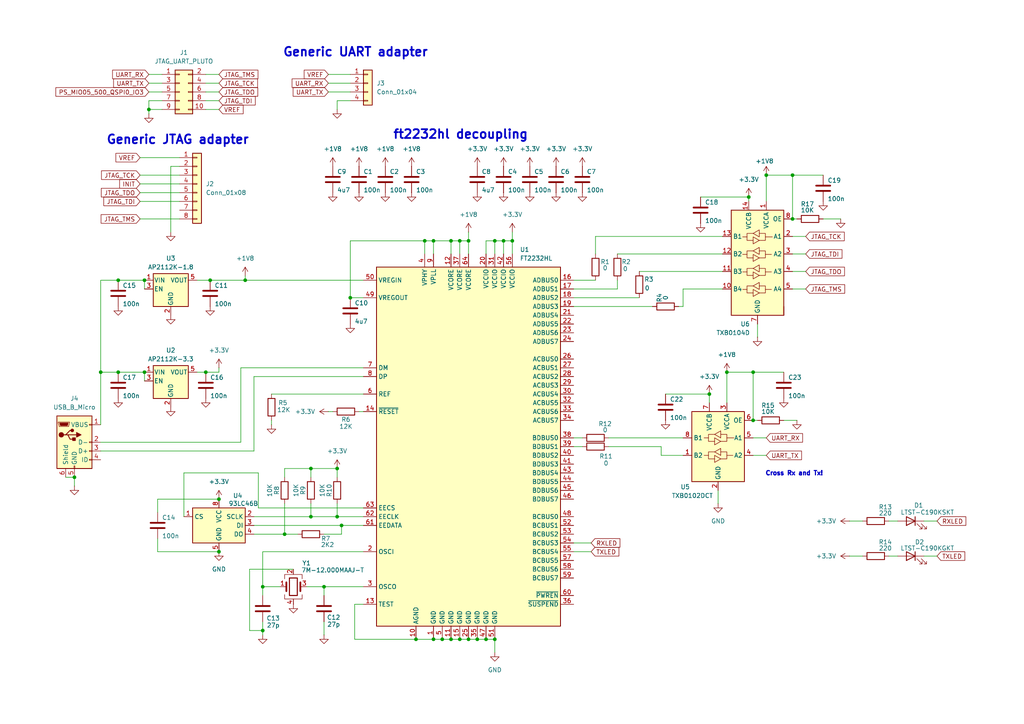
<source format=kicad_sch>
(kicad_sch (version 20231120) (generator "eeschema") (generator_version "8.0")
  (paper "A4")
  (junction (at 21.59 138.43))
  (junction (at 210.82 107.95))
  (junction (at 120.65 185.42))
  (junction (at 218.44 121.92))
  (junction (at 135.89 185.42))
  (junction (at 90.17 135.89))
  (junction (at 130.81 69.85))
  (junction (at 146.05 69.85))
  (junction (at 130.81 185.42))
  (junction (at 125.73 185.42))
  (junction (at 63.5 160.02))
  (junction (at 41.91 81.28))
  (junction (at 76.2 170.18))
  (junction (at 41.91 107.95))
  (junction (at 143.51 185.42))
  (junction (at 133.35 69.85))
  (junction (at 34.29 81.28))
  (junction (at 76.2 182.88))
  (junction (at 90.17 149.86))
  (junction (at 128.27 185.42))
  (junction (at 135.89 69.85))
  (junction (at 148.59 69.85))
  (junction (at 133.35 185.42))
  (junction (at 29.21 107.95))
  (junction (at 205.74 114.3))
  (junction (at 222.25 50.8))
  (junction (at 229.87 63.5))
  (junction (at 99.06 152.4))
  (junction (at 43.18 31.75))
  (junction (at 34.29 107.95))
  (junction (at 218.44 107.95))
  (junction (at 82.55 154.94))
  (junction (at 138.43 185.42))
  (junction (at 71.12 81.28))
  (junction (at 123.19 69.85))
  (junction (at 60.96 81.28))
  (junction (at 125.73 69.85))
  (junction (at 97.79 149.86))
  (junction (at 59.69 107.95))
  (junction (at 143.51 69.85))
  (junction (at 229.87 50.8))
  (junction (at 217.17 57.15))
  (junction (at 97.79 135.89))
  (junction (at 63.5 144.78))
  (junction (at 93.98 170.18))
  (junction (at 140.97 185.42))
  (junction (at 101.6 86.36))
  (wire (pts (xy 95.25 119.38) (xy 96.52 119.38)))
  (wire (pts (xy 43.18 29.21) (xy 46.99 29.21)))
  (wire (pts (xy 97.79 29.21) (xy 97.79 31.75)))
  (wire (pts (xy 59.69 26.67) (xy 63.5 26.67)))
  (wire (pts (xy 53.34 137.16) (xy 74.93 137.16)))
  (wire (pts (xy 40.64 45.72) (xy 52.07 45.72)))
  (wire (pts (xy 63.5 107.95) (xy 63.5 106.68)))
  (wire (pts (xy 133.35 69.85) (xy 133.35 73.66)))
  (wire (pts (xy 101.6 29.21) (xy 97.79 29.21)))
  (wire (pts (xy 125.73 185.42) (xy 128.27 185.42)))
  (wire (pts (xy 52.07 48.26) (xy 49.53 48.26)))
  (wire (pts (xy 196.85 88.9) (xy 198.12 88.9)))
  (wire (pts (xy 105.41 175.26) (xy 102.87 175.26)))
  (wire (pts (xy 74.93 137.16) (xy 74.93 147.32)))
  (wire (pts (xy 176.53 129.54) (xy 191.77 129.54)))
  (wire (pts (xy 40.64 58.42) (xy 52.07 58.42)))
  (wire (pts (xy 231.14 63.5) (xy 229.87 63.5)))
  (wire (pts (xy 146.05 69.85) (xy 146.05 73.66)))
  (wire (pts (xy 125.73 69.85) (xy 125.73 73.66)))
  (wire (pts (xy 138.43 185.42) (xy 140.97 185.42)))
  (wire (pts (xy 82.55 154.94) (xy 86.36 154.94)))
  (wire (pts (xy 179.07 83.82) (xy 179.07 81.28)))
  (wire (pts (xy 99.06 154.94) (xy 99.06 152.4)))
  (wire (pts (xy 238.76 63.5) (xy 243.84 63.5)))
  (wire (pts (xy 90.17 135.89) (xy 82.55 135.89)))
  (wire (pts (xy 45.72 148.59) (xy 45.72 144.78)))
  (wire (pts (xy 143.51 185.42) (xy 143.51 189.23)))
  (wire (pts (xy 104.14 119.38) (xy 105.41 119.38)))
  (wire (pts (xy 41.91 81.28) (xy 41.91 83.82)))
  (wire (pts (xy 72.39 182.88) (xy 72.39 165.1)))
  (wire (pts (xy 59.69 107.95) (xy 63.5 107.95)))
  (wire (pts (xy 135.89 69.85) (xy 135.89 73.66)))
  (wire (pts (xy 45.72 156.21) (xy 45.72 160.02)))
  (wire (pts (xy 210.82 107.95) (xy 210.82 116.84)))
  (wire (pts (xy 73.66 130.81) (xy 73.66 109.22)))
  (wire (pts (xy 166.37 81.28) (xy 172.72 81.28)))
  (wire (pts (xy 133.35 185.42) (xy 135.89 185.42)))
  (wire (pts (xy 76.2 182.88) (xy 76.2 184.15)))
  (wire (pts (xy 95.25 21.59) (xy 101.6 21.59)))
  (wire (pts (xy 143.51 69.85) (xy 146.05 69.85)))
  (wire (pts (xy 59.69 21.59) (xy 63.5 21.59)))
  (wire (pts (xy 43.18 26.67) (xy 46.99 26.67)))
  (wire (pts (xy 57.15 107.95) (xy 59.69 107.95)))
  (wire (pts (xy 101.6 69.85) (xy 123.19 69.85)))
  (wire (pts (xy 99.06 152.4) (xy 105.41 152.4)))
  (wire (pts (xy 198.12 83.82) (xy 209.55 83.82)))
  (wire (pts (xy 120.65 185.42) (xy 125.73 185.42)))
  (wire (pts (xy 198.12 88.9) (xy 198.12 83.82)))
  (wire (pts (xy 123.19 73.66) (xy 123.19 69.85)))
  (wire (pts (xy 205.74 114.3) (xy 205.74 116.84)))
  (wire (pts (xy 73.66 152.4) (xy 99.06 152.4)))
  (wire (pts (xy 43.18 31.75) (xy 43.18 29.21)))
  (wire (pts (xy 82.55 146.05) (xy 82.55 154.94)))
  (wire (pts (xy 133.35 69.85) (xy 135.89 69.85)))
  (wire (pts (xy 53.34 149.86) (xy 53.34 137.16)))
  (wire (pts (xy 41.91 107.95) (xy 41.91 110.49)))
  (wire (pts (xy 246.38 161.29) (xy 250.19 161.29)))
  (wire (pts (xy 40.64 63.5) (xy 52.07 63.5)))
  (wire (pts (xy 102.87 185.42) (xy 120.65 185.42)))
  (wire (pts (xy 76.2 170.18) (xy 81.28 170.18)))
  (wire (pts (xy 166.37 83.82) (xy 179.07 83.82)))
  (wire (pts (xy 130.81 185.42) (xy 133.35 185.42)))
  (wire (pts (xy 93.98 180.34) (xy 93.98 184.15)))
  (wire (pts (xy 102.87 175.26) (xy 102.87 185.42)))
  (wire (pts (xy 227.33 121.92) (xy 231.14 121.92)))
  (wire (pts (xy 148.59 67.31) (xy 148.59 69.85)))
  (wire (pts (xy 135.89 185.42) (xy 138.43 185.42)))
  (wire (pts (xy 101.6 86.36) (xy 101.6 69.85)))
  (wire (pts (xy 49.53 48.26) (xy 49.53 67.31)))
  (wire (pts (xy 90.17 149.86) (xy 97.79 149.86)))
  (wire (pts (xy 208.28 146.05) (xy 208.28 142.24)))
  (wire (pts (xy 93.98 170.18) (xy 93.98 172.72)))
  (wire (pts (xy 21.59 138.43) (xy 21.59 140.97)))
  (wire (pts (xy 257.81 151.13) (xy 260.35 151.13)))
  (wire (pts (xy 229.87 73.66) (xy 233.68 73.66)))
  (wire (pts (xy 43.18 33.02) (xy 43.18 31.75)))
  (wire (pts (xy 172.72 68.58) (xy 209.55 68.58)))
  (wire (pts (xy 267.97 151.13) (xy 271.78 151.13)))
  (wire (pts (xy 73.66 149.86) (xy 90.17 149.86)))
  (wire (pts (xy 73.66 109.22) (xy 105.41 109.22)))
  (wire (pts (xy 148.59 69.85) (xy 148.59 73.66)))
  (wire (pts (xy 93.98 154.94) (xy 99.06 154.94)))
  (wire (pts (xy 72.39 165.1) (xy 85.09 165.1)))
  (wire (pts (xy 69.85 128.27) (xy 69.85 106.68)))
  (wire (pts (xy 125.73 69.85) (xy 130.81 69.85)))
  (wire (pts (xy 166.37 157.48) (xy 171.45 157.48)))
  (wire (pts (xy 69.85 106.68) (xy 105.41 106.68)))
  (wire (pts (xy 105.41 86.36) (xy 101.6 86.36)))
  (wire (pts (xy 229.87 68.58) (xy 233.68 68.58)))
  (wire (pts (xy 73.66 154.94) (xy 82.55 154.94)))
  (wire (pts (xy 40.64 53.34) (xy 52.07 53.34)))
  (wire (pts (xy 148.59 69.85) (xy 146.05 69.85)))
  (wire (pts (xy 140.97 69.85) (xy 143.51 69.85)))
  (wire (pts (xy 140.97 185.42) (xy 143.51 185.42)))
  (wire (pts (xy 76.2 160.02) (xy 105.41 160.02)))
  (wire (pts (xy 29.21 130.81) (xy 73.66 130.81)))
  (wire (pts (xy 267.97 161.29) (xy 271.78 161.29)))
  (wire (pts (xy 97.79 149.86) (xy 105.41 149.86)))
  (wire (pts (xy 95.25 26.67) (xy 101.6 26.67)))
  (wire (pts (xy 210.82 107.95) (xy 218.44 107.95)))
  (wire (pts (xy 218.44 107.95) (xy 218.44 121.92)))
  (wire (pts (xy 166.37 160.02) (xy 171.45 160.02)))
  (wire (pts (xy 82.55 138.43) (xy 82.55 135.89)))
  (wire (pts (xy 93.98 170.18) (xy 105.41 170.18)))
  (wire (pts (xy 130.81 69.85) (xy 130.81 73.66)))
  (wire (pts (xy 130.81 69.85) (xy 133.35 69.85)))
  (wire (pts (xy 218.44 127) (xy 222.25 127)))
  (wire (pts (xy 43.18 21.59) (xy 46.99 21.59)))
  (wire (pts (xy 140.97 73.66) (xy 140.97 69.85)))
  (wire (pts (xy 135.89 67.31) (xy 135.89 69.85)))
  (wire (pts (xy 29.21 107.95) (xy 34.29 107.95)))
  (wire (pts (xy 229.87 50.8) (xy 238.76 50.8)))
  (wire (pts (xy 34.29 107.95) (xy 41.91 107.95)))
  (wire (pts (xy 166.37 86.36) (xy 185.42 86.36)))
  (wire (pts (xy 34.29 81.28) (xy 41.91 81.28)))
  (wire (pts (xy 172.72 73.66) (xy 172.72 68.58)))
  (wire (pts (xy 218.44 107.95) (xy 227.33 107.95)))
  (wire (pts (xy 57.15 81.28) (xy 60.96 81.28)))
  (wire (pts (xy 191.77 132.08) (xy 198.12 132.08)))
  (wire (pts (xy 90.17 135.89) (xy 90.17 138.43)))
  (wire (pts (xy 166.37 129.54) (xy 168.91 129.54)))
  (wire (pts (xy 97.79 135.89) (xy 90.17 135.89)))
  (wire (pts (xy 71.12 81.28) (xy 71.12 80.01)))
  (wire (pts (xy 128.27 185.42) (xy 130.81 185.42)))
  (wire (pts (xy 59.69 29.21) (xy 63.5 29.21)))
  (wire (pts (xy 219.71 93.98) (xy 219.71 97.79)))
  (wire (pts (xy 191.77 129.54) (xy 191.77 132.08)))
  (wire (pts (xy 218.44 121.92) (xy 219.71 121.92)))
  (wire (pts (xy 97.79 146.05) (xy 97.79 149.86)))
  (wire (pts (xy 88.9 170.18) (xy 93.98 170.18)))
  (wire (pts (xy 176.53 127) (xy 198.12 127)))
  (wire (pts (xy 29.21 128.27) (xy 69.85 128.27)))
  (wire (pts (xy 78.74 114.3) (xy 105.41 114.3)))
  (wire (pts (xy 76.2 170.18) (xy 76.2 160.02)))
  (wire (pts (xy 45.72 160.02) (xy 63.5 160.02)))
  (wire (pts (xy 43.18 31.75) (xy 46.99 31.75)))
  (wire (pts (xy 74.93 147.32) (xy 105.41 147.32)))
  (wire (pts (xy 179.07 73.66) (xy 209.55 73.66)))
  (wire (pts (xy 40.64 50.8) (xy 52.07 50.8)))
  (wire (pts (xy 60.96 81.28) (xy 71.12 81.28)))
  (wire (pts (xy 19.05 138.43) (xy 21.59 138.43)))
  (wire (pts (xy 229.87 50.8) (xy 229.87 63.5)))
  (wire (pts (xy 29.21 107.95) (xy 29.21 123.19)))
  (wire (pts (xy 97.79 135.89) (xy 97.79 138.43)))
  (wire (pts (xy 257.81 161.29) (xy 260.35 161.29)))
  (wire (pts (xy 90.17 146.05) (xy 90.17 149.86)))
  (wire (pts (xy 143.51 69.85) (xy 143.51 73.66)))
  (wire (pts (xy 76.2 182.88) (xy 72.39 182.88)))
  (wire (pts (xy 76.2 170.18) (xy 76.2 172.72)))
  (wire (pts (xy 218.44 132.08) (xy 222.25 132.08)))
  (wire (pts (xy 76.2 180.34) (xy 76.2 182.88)))
  (wire (pts (xy 246.38 151.13) (xy 250.19 151.13)))
  (wire (pts (xy 185.42 78.74) (xy 209.55 78.74)))
  (wire (pts (xy 217.17 57.15) (xy 217.17 58.42)))
  (wire (pts (xy 78.74 121.92) (xy 78.74 123.19)))
  (wire (pts (xy 29.21 81.28) (xy 34.29 81.28)))
  (wire (pts (xy 203.2 57.15) (xy 217.17 57.15)))
  (wire (pts (xy 229.87 83.82) (xy 233.68 83.82)))
  (wire (pts (xy 222.25 50.8) (xy 222.25 58.42)))
  (wire (pts (xy 45.72 144.78) (xy 63.5 144.78)))
  (wire (pts (xy 166.37 88.9) (xy 189.23 88.9)))
  (wire (pts (xy 95.25 24.13) (xy 101.6 24.13)))
  (wire (pts (xy 123.19 69.85) (xy 125.73 69.85)))
  (wire (pts (xy 29.21 81.28) (xy 29.21 107.95)))
  (wire (pts (xy 40.64 55.88) (xy 52.07 55.88)))
  (wire (pts (xy 71.12 81.28) (xy 105.41 81.28)))
  (wire (pts (xy 166.37 127) (xy 168.91 127)))
  (wire (pts (xy 59.69 24.13) (xy 63.5 24.13)))
  (wire (pts (xy 229.87 78.74) (xy 233.68 78.74)))
  (wire (pts (xy 59.69 31.75) (xy 63.5 31.75)))
  (wire (pts (xy 43.18 24.13) (xy 46.99 24.13)))
  (wire (pts (xy 222.25 50.8) (xy 229.87 50.8)))
  (wire (pts (xy 193.04 114.3) (xy 205.74 114.3)))
  (text "Cross Rx and Tx!" (at 230.378 137.414 0) (effects (font (size 1.27 1.27) (thickness 0.508) (bold yes))))
  (text "Generic JTAG adapter" (at 51.562 40.64 0) (effects (font (size 2.54 2.54) (thickness 0.508) (bold yes))))
  (text "ft2232hl decoupling\n" (at 133.604 39.116 0) (effects (font (size 2.54 2.54) (thickness 0.508) (bold yes))))
  (text "Generic UART adapter\n" (at 103.124 15.24 0) (effects (font (size 2.54 2.54) (thickness 0.508) (bold yes))))
  (global_label "JTAG_TMS" (shape input) (at 40.64 63.5 180) (property "Intersheetrefs" "${INTERSHEET_REFS}" (effects (hide yes))))
  (global_label "RXLED" (shape input) (at 171.45 157.48 0) (effects (font (thickness 0.1588))) (property "Intersheetrefs" "${INTERSHEET_REFS}" (effects (hide yes))))
  (global_label "UART_TX" (shape input) (at 95.25 26.67 180) (property "Intersheetrefs" "${INTERSHEET_REFS}" (effects (hide yes))))
  (global_label "UART_TX" (shape input) (at 222.25 132.08 0) (property "Intersheetrefs" "${INTERSHEET_REFS}" (effects (hide yes))))
  (global_label "RXLED" (shape input) (at 271.78 151.13 0) (effects (font (thickness 0.1588))) (property "Intersheetrefs" "${INTERSHEET_REFS}" (effects (hide yes))))
  (global_label "VREF" (shape input) (at 95.25 21.59 180) (property "Intersheetrefs" "${INTERSHEET_REFS}" (effects (hide yes))))
  (global_label "UART_RX" (shape input) (at 95.25 24.13 180) (property "Intersheetrefs" "${INTERSHEET_REFS}" (effects (hide yes))))
  (global_label "JTAG_TDI" (shape input) (at 40.64 58.42 180) (property "Intersheetrefs" "${INTERSHEET_REFS}" (effects (hide yes))))
  (global_label "TXLED" (shape input) (at 271.78 161.29 0) (effects (font (thickness 0.1588))) (property "Intersheetrefs" "${INTERSHEET_REFS}" (effects (hide yes))))
  (global_label "JTAG_TMS" (shape input) (at 233.68 83.82 0) (property "Intersheetrefs" "${INTERSHEET_REFS}" (effects (hide yes))))
  (global_label "JTAG_TCK" (shape input) (at 63.5 24.13 0) (property "Intersheetrefs" "${INTERSHEET_REFS}" (effects (hide yes))))
  (global_label "VREF" (shape input) (at 40.64 45.72 180) (property "Intersheetrefs" "${INTERSHEET_REFS}" (effects (hide yes))))
  (global_label "JTAG_TDO" (shape input) (at 63.5 26.67 0) (property "Intersheetrefs" "${INTERSHEET_REFS}" (effects (hide yes))))
  (global_label "UART_RX" (shape input) (at 222.25 127 0) (property "Intersheetrefs" "${INTERSHEET_REFS}" (effects (hide yes))))
  (global_label "INIT" (shape input) (at 40.64 53.34 180) (property "Intersheetrefs" "${INTERSHEET_REFS}" (effects (hide yes))))
  (global_label "JTAG_TDI" (shape input) (at 233.68 73.66 0) (property "Intersheetrefs" "${INTERSHEET_REFS}" (effects (hide yes))))
  (global_label "VREF" (shape input) (at 63.5 31.75 0) (property "Intersheetrefs" "${INTERSHEET_REFS}" (effects (hide yes))))
  (global_label "JTAG_TDO" (shape input) (at 40.64 55.88 180) (property "Intersheetrefs" "${INTERSHEET_REFS}" (effects (hide yes))))
  (global_label "JTAG_TCK" (shape input) (at 40.64 50.8 180) (property "Intersheetrefs" "${INTERSHEET_REFS}" (effects (hide yes))))
  (global_label "TXLED" (shape input) (at 171.45 160.02 0) (effects (font (thickness 0.1588))) (property "Intersheetrefs" "${INTERSHEET_REFS}" (effects (hide yes))))
  (global_label "JTAG_TDO" (shape input) (at 233.68 78.74 0) (property "Intersheetrefs" "${INTERSHEET_REFS}" (effects (hide yes))))
  (global_label "JTAG_TDI" (shape input) (at 63.5 29.21 0) (property "Intersheetrefs" "${INTERSHEET_REFS}" (effects (hide yes))))
  (global_label "JTAG_TCK" (shape input) (at 233.68 68.58 0) (property "Intersheetrefs" "${INTERSHEET_REFS}" (effects (hide yes))))
  (global_label "PS_MIO05_500_QSPI0_IO3" (shape input) (at 43.18 26.67 180) (property "Intersheetrefs" "${INTERSHEET_REFS}" (effects (hide yes))))
  (global_label "JTAG_TMS" (shape input) (at 63.5 21.59 0) (property "Intersheetrefs" "${INTERSHEET_REFS}" (effects (hide yes))))
  (global_label "UART_RX" (shape input) (at 43.18 21.59 180) (property "Intersheetrefs" "${INTERSHEET_REFS}" (effects (hide yes))))
  (global_label "UART_TX" (shape input) (at 43.18 24.13 180) (property "Intersheetrefs" "${INTERSHEET_REFS}" (effects (hide yes))))
  (symbol (lib_id "Device:C") (at 227.33 111.76 0) (unit 1)
    (property "Reference" "C23" (at 228.6 109.474 0) (effects (justify left)))
    (property "Value" "100n" (at 228.6 114.808 0) (effects (justify left)))
    (property "Footprint" "Capacitor_SMD:C_0603_1608Metric_Pad1.08x0.95mm_HandSolder" (effects (hide yes)))
    (property "Description" "Unpolarized capacitor" (effects (hide yes)))
  )
  (symbol (lib_id "power:GND") (at 243.84 63.5 0) (unit 1)
    (property "Reference" "#PWR062" (effects (hide yes)))
    (property "Value" "GND" (effects (hide yes)))
    (property "Description" "Power symbol creates a global label with name \"GND\" , ground" (effects (hide yes)))
  )
  (symbol (lib_id "power:+3.3V") (at 63.5 106.68 0) (unit 1)
    (property "Reference" "#PWR011" (effects (hide yes)))
    (property "Value" "+3.3V" (at 63.5 101.6 0))
    (property "Description" "Power symbol creates a global label with name \"+3.3V\"" (effects (hide yes)))
  )
  (symbol (lib_id "power:GND") (at 143.51 189.23 0) (unit 1)
    (property "Reference" "#PWR010" (effects (hide yes)))
    (property "Value" "GND" (at 143.51 194.31 0))
    (property "Description" "Power symbol creates a global label with name \"GND\" , ground" (effects (hide yes)))
  )
  (symbol (lib_id "Logic_LevelTranslator:TXB0102DCT") (at 208.28 129.54 0) (mirror y) (unit 1)
    (property "Reference" "U5" (at 197.358 141.224 0) (effects (justify right)))
    (property "Value" "TXB0102DCT" (at 194.818 143.764 0) (effects (justify right)))
    (property "Footprint" "Package_SO:TSSOP-8_3x3mm_P0.65mm" (effects (hide yes)))
    (property "Datasheet" "http://www.ti.com/lit/ds/symlink/txb0102.pdf" (effects (hide yes)))
    (property "Description" "2-Bit Bidirectional Voltage-Level Translator With Auto Direction Sensing and ±15-kV ESD Protection, TSSOP-8" (effects (hide yes)))
  )
  (symbol (lib_id "power:GND") (at 104.14 55.88 0) (unit 1)
    (property "Reference" "#PWR016" (effects (hide yes)))
    (property "Value" "GND" (effects (hide yes)))
    (property "Description" "Power symbol creates a global label with name \"GND\" , ground" (effects (hide yes)))
  )
  (symbol (lib_id "Device:R") (at 234.95 63.5 90) (unit 1)
    (property "Reference" "R17" (at 234.188 59.182 90))
    (property "Value" "10K" (at 234.188 60.96 90))
    (property "Footprint" "Resistor_SMD:R_0603_1608Metric_Pad0.98x0.95mm_HandSolder" (effects (hide yes)))
    (property "Description" "Resistor" (effects (hide yes)))
  )
  (symbol (lib_id "power:GND") (at 227.33 115.57 0) (unit 1)
    (property "Reference" "#PWR059" (effects (hide yes)))
    (property "Value" "GND" (effects (hide yes)))
    (property "Description" "Power symbol creates a global label with name \"GND\" , ground" (effects (hide yes)))
  )
  (symbol (lib_id "Connector:USB_B_Micro") (at 21.59 128.27 0) (unit 1)
    (property "Reference" "J4" (at 21.59 115.57 0))
    (property "Value" "USB_B_Micro" (at 21.59 118.11 0))
    (property "Footprint" "Connector_USB:USB_Micro-B_Amphenol_10118194_Horizontal" (effects (hide yes)))
    (property "Description" "USB Micro Type B connector" (effects (hide yes)))
  )
  (symbol (lib_id "power:+3.3V") (at 168.91 48.26 0) (unit 1)
    (property "Reference" "#PWR025" (effects (hide yes)))
    (property "Value" "+3.3V" (at 168.91 43.18 0))
    (property "Description" "Power symbol creates a global label with name \"+3.3V\"" (effects (hide yes)))
  )
  (symbol (lib_id "Regulator_Linear:AP2112K-1.8") (at 49.53 83.82 0) (unit 1)
    (property "Reference" "U3" (at 49.53 74.93 0))
    (property "Value" "AP2112K-1.8" (at 49.53 77.47 0))
    (property "Footprint" "Package_TO_SOT_SMD:SOT-23-5" (effects (hide yes)))
    (property "Datasheet" "https://www.diodes.com/assets/Datasheets/AP2112.pdf" (effects (hide yes)))
    (property "Description" "600mA low dropout linear regulator, with enable pin, 2.5V-6V input voltage range, 1.8V fixed positive output, SOT-23-5" (effects (hide yes)))
  )
  (symbol (lib_id "Device:C") (at 101.6 90.17 0) (unit 1)
    (property "Reference" "C10" (at 102.87 87.884 0) (effects (justify left)))
    (property "Value" "4u7" (at 102.87 93.218 0) (effects (justify left)))
    (property "Footprint" "Capacitor_SMD:C_0603_1608Metric_Pad1.08x0.95mm_HandSolder" (effects (hide yes)))
    (property "Description" "Unpolarized capacitor" (effects (hide yes)))
  )
  (symbol (lib_id "power:+1V8") (at 135.89 67.31 0) (unit 1)
    (property "Reference" "#PWR02" (effects (hide yes)))
    (property "Value" "+1V8" (at 135.89 62.23 0))
    (property "Description" "Power symbol creates a global label with name \"+1V8\"" (effects (hide yes)))
  )
  (symbol (lib_id "power:GND") (at 43.18 33.02 0) (unit 1)
    (property "Reference" "#PWR01" (effects (hide yes)))
    (property "Value" "GND" (effects (hide yes)))
    (property "Description" "Power symbol creates a global label with name \"GND\" , ground" (effects (hide yes)))
  )
  (symbol (lib_id "power:+1V8") (at 222.25 50.8 0) (unit 1)
    (property "Reference" "#PWR041" (effects (hide yes)))
    (property "Value" "+1V8" (at 221.742 46.736 0))
    (property "Description" "Power symbol creates a global label with name \"+1V8\"" (effects (hide yes)))
  )
  (symbol (lib_id "power:GND") (at 119.38 55.88 0) (unit 1)
    (property "Reference" "#PWR018" (effects (hide yes)))
    (property "Value" "GND" (effects (hide yes)))
    (property "Description" "Power symbol creates a global label with name \"GND\" , ground" (effects (hide yes)))
  )
  (symbol (lib_id "Device:C") (at 193.04 118.11 0) (unit 1)
    (property "Reference" "C22" (at 194.31 115.824 0) (effects (justify left)))
    (property "Value" "100n" (at 194.31 121.158 0) (effects (justify left)))
    (property "Footprint" "Capacitor_SMD:C_0603_1608Metric_Pad1.08x0.95mm_HandSolder" (effects (hide yes)))
    (property "Description" "Unpolarized capacitor" (effects (hide yes)))
  )
  (symbol (lib_id "power:+1V8") (at 71.12 80.01 0) (unit 1)
    (property "Reference" "#PWR012" (effects (hide yes)))
    (property "Value" "+1V8" (at 71.12 74.93 0))
    (property "Description" "Power symbol creates a global label with name \"+1V8\"" (effects (hide yes)))
  )
  (symbol (lib_id "Device:LED") (at 264.16 151.13 0) (mirror y) (unit 1)
    (property "Reference" "D1" (at 266.446 146.558 0))
    (property "Value" "LTST-C190KSKT" (at 268.986 148.59 0))
    (property "Footprint" "LED_SMD:LED_0603_1608Metric" (effects (hide yes)))
    (property "Description" "Light emitting diode" (effects (hide yes)))
  )
  (symbol (lib_id "power:GND") (at 238.76 58.42 0) (unit 1)
    (property "Reference" "#PWR055" (effects (hide yes)))
    (property "Value" "GND" (effects (hide yes)))
    (property "Description" "Power symbol creates a global label with name \"GND\" , ground" (effects (hide yes)))
  )
  (symbol (lib_id "Device:R") (at 90.17 142.24 180) (unit 1)
    (property "Reference" "R9" (at 87.884 142.24 90))
    (property "Value" "10K" (at 85.852 142.24 90))
    (property "Footprint" "Resistor_SMD:R_0603_1608Metric_Pad0.98x0.95mm_HandSolder" (effects (hide yes)))
    (property "Description" "Resistor" (effects (hide yes)))
  )
  (symbol (lib_id "Interface_USB:FT2232HL") (at 135.89 129.54 0) (unit 1)
    (property "Reference" "U1" (at 150.7841 72.39 0) (effects (justify left)))
    (property "Value" "FT2232HL" (at 150.7841 74.93 0) (effects (justify left)))
    (property "Footprint" "Package_QFP:LQFP-64_10x10mm_P0.5mm" (effects (hide yes)))
    (property "Datasheet" "https://www.ftdichip.com/Support/Documents/DataSheets/ICs/DS_FT2232H.pdf" (effects (hide yes)))
    (property "Description" "Hi Speed Double Channel USB UART/FIFO, LQFP-64" (effects (hide yes)))
  )
  (symbol (lib_id "power:GND") (at 49.53 67.31 0) (unit 1)
    (property "Reference" "#PWR04" (effects (hide yes)))
    (property "Value" "GND" (effects (hide yes)))
    (property "Description" "Power symbol creates a global label with name \"GND\" , ground" (effects (hide yes)))
  )
  (symbol (lib_id "Device:R") (at 172.72 129.54 90) (unit 1)
    (property "Reference" "R11" (at 175.768 132.334 90))
    (property "Value" "0" (at 175.768 134.366 90))
    (property "Footprint" "Resistor_SMD:R_0603_1608Metric_Pad0.98x0.95mm_HandSolder" (effects (hide yes)))
    (property "Description" "Resistor" (effects (hide yes)))
  )
  (symbol (lib_id "Connector_Generic:Conn_01x08") (at 57.15 53.34 0) (unit 1)
    (property "Reference" "J2" (at 59.69 53.3399 0) (effects (justify left)))
    (property "Value" "Conn_01x08" (at 59.69 55.8799 0) (effects (justify left)))
    (property "Footprint" "Connector_PinHeader_2.54mm:PinHeader_1x08_P2.54mm_Vertical" (effects (hide yes)))
    (property "Description" "Generic connector, single row, 01x08, script generated (kicad-library-utils/schlib/autogen/connector/)" (effects (hide yes)))
  )
  (symbol (lib_id "power:GND") (at 146.05 55.88 0) (unit 1)
    (property "Reference" "#PWR019" (effects (hide yes)))
    (property "Value" "GND" (effects (hide yes)))
    (property "Description" "Power symbol creates a global label with name \"GND\" , ground" (effects (hide yes)))
  )
  (symbol (lib_id "power:GND") (at 168.91 55.88 0) (unit 1)
    (property "Reference" "#PWR026" (effects (hide yes)))
    (property "Value" "GND" (effects (hide yes)))
    (property "Description" "Power symbol creates a global label with name \"GND\" , ground" (effects (hide yes)))
  )
  (symbol (lib_id "power:+3.3V") (at 217.17 57.15 0) (unit 1)
    (property "Reference" "#PWR040" (effects (hide yes)))
    (property "Value" "+3.3V" (at 217.17 52.07 0))
    (property "Description" "Power symbol creates a global label with name \"+3.3V\"" (effects (hide yes)))
  )
  (symbol (lib_id "Device:C") (at 138.43 52.07 0) (unit 1)
    (property "Reference" "C8" (at 139.7 49.784 0) (effects (justify left)))
    (property "Value" "4u7" (at 139.7 55.118 0) (effects (justify left)))
    (property "Footprint" "Capacitor_SMD:C_0603_1608Metric_Pad1.08x0.95mm_HandSolder" (effects (hide yes)))
    (property "Description" "Unpolarized capacitor" (effects (hide yes)))
  )
  (symbol (lib_id "Connector_Generic:Conn_02x05_Odd_Even") (at 52.07 26.67 0) (unit 1)
    (property "Reference" "J1" (at 53.34 15.24 0))
    (property "Value" "JTAG_UART_PLUTO" (at 53.34 17.78 0))
    (property "Footprint" "Connector_PinHeader_1.27mm:PinHeader_2x05_P1.27mm_Vertical" (effects (hide yes)))
    (property "Description" "Generic connector, double row, 02x05, odd/even pin numbering scheme (row 1 odd numbers, row 2 even numbers), script generated (kicad-library-utils/schlib/autogen/connector/)" (effects (hide yes)))
  )
  (symbol (lib_id "Device:R") (at 82.55 142.24 180) (unit 1)
    (property "Reference" "R8" (at 80.264 142.24 90))
    (property "Value" "10K" (at 78.232 142.24 90))
    (property "Footprint" "Resistor_SMD:R_0603_1608Metric_Pad0.98x0.95mm_HandSolder" (effects (hide yes)))
    (property "Description" "Resistor" (effects (hide yes)))
  )
  (symbol (lib_id "Device:R") (at 254 151.13 90) (unit 1)
    (property "Reference" "R13" (at 256.794 147.066 90))
    (property "Value" "220" (at 256.794 148.844 90))
    (property "Footprint" "Resistor_SMD:R_0603_1608Metric_Pad0.98x0.95mm_HandSolder" (effects (hide yes)))
    (property "Description" "Resistor" (effects (hide yes)))
  )
  (symbol (lib_id "power:GND") (at 93.98 184.15 0) (unit 1)
    (property "Reference" "#PWR039" (effects (hide yes)))
    (property "Value" "GND" (effects (hide yes)))
    (property "Description" "Power symbol creates a global label with name \"GND\" , ground" (effects (hide yes)))
  )
  (symbol (lib_id "Device:R") (at 254 161.29 90) (unit 1)
    (property "Reference" "R14" (at 256.794 157.226 90))
    (property "Value" "220" (at 256.794 159.004 90))
    (property "Footprint" "Resistor_SMD:R_0603_1608Metric_Pad0.98x0.95mm_HandSolder" (effects (hide yes)))
    (property "Description" "Resistor" (effects (hide yes)))
  )
  (symbol (lib_id "Device:C") (at 60.96 85.09 0) (unit 1)
    (property "Reference" "C11" (at 62.23 82.804 0) (effects (justify left)))
    (property "Value" "100n" (at 62.23 88.138 0) (effects (justify left)))
    (property "Footprint" "Capacitor_SMD:C_0603_1608Metric_Pad1.08x0.95mm_HandSolder" (effects (hide yes)))
    (property "Description" "Unpolarized capacitor" (effects (hide yes)))
  )
  (symbol (lib_id "Device:R") (at 172.72 127 90) (unit 1)
    (property "Reference" "R12" (at 175.514 122.936 90))
    (property "Value" "0" (at 175.514 124.714 90))
    (property "Footprint" "Resistor_SMD:R_0603_1608Metric_Pad0.98x0.95mm_HandSolder" (effects (hide yes)))
    (property "Description" "Resistor" (effects (hide yes)))
  )
  (symbol (lib_id "power:GND") (at 96.52 55.88 0) (unit 1)
    (property "Reference" "#PWR029" (effects (hide yes)))
    (property "Value" "GND" (effects (hide yes)))
    (property "Description" "Power symbol creates a global label with name \"GND\" , ground" (effects (hide yes)))
  )
  (symbol (lib_id "power:GND") (at 203.2 64.77 0) (unit 1)
    (property "Reference" "#PWR054" (effects (hide yes)))
    (property "Value" "GND" (effects (hide yes)))
    (property "Description" "Power symbol creates a global label with name \"GND\" , ground" (effects (hide yes)))
  )
  (symbol (lib_id "Device:C") (at 76.2 176.53 180) (unit 1)
    (property "Reference" "C13" (at 79.248 179.324 0))
    (property "Value" "27p" (at 79.248 181.356 0))
    (property "Footprint" "Capacitor_SMD:C_0603_1608Metric_Pad1.08x0.95mm_HandSolder" (effects (hide yes)))
    (property "Description" "Unpolarized capacitor" (effects (hide yes)))
  )
  (symbol (lib_id "Device:C") (at 161.29 52.07 0) (unit 1)
    (property "Reference" "C6" (at 162.56 49.784 0) (effects (justify left)))
    (property "Value" "100n" (at 162.56 55.118 0) (effects (justify left)))
    (property "Footprint" "Capacitor_SMD:C_0603_1608Metric_Pad1.08x0.95mm_HandSolder" (effects (hide yes)))
    (property "Description" "Unpolarized capacitor" (effects (hide yes)))
  )
  (symbol (lib_id "Device:R") (at 193.04 88.9 90) (unit 1)
    (property "Reference" "R4" (at 191.262 86.36 0))
    (property "Value" "0" (at 193.04 86.36 0))
    (property "Footprint" "Resistor_SMD:R_0603_1608Metric_Pad0.98x0.95mm_HandSolder" (effects (hide yes)))
    (property "Description" "Resistor" (effects (hide yes)))
  )
  (symbol (lib_id "Device:C") (at 34.29 85.09 0) (unit 1)
    (property "Reference" "C15" (at 35.56 82.804 0) (effects (justify left)))
    (property "Value" "100n" (at 35.56 88.138 0) (effects (justify left)))
    (property "Footprint" "Capacitor_SMD:C_0603_1608Metric_Pad1.08x0.95mm_HandSolder" (effects (hide yes)))
    (property "Description" "Unpolarized capacitor" (effects (hide yes)))
  )
  (symbol (lib_id "Connector_Generic:Conn_01x04") (at 106.68 24.13 0) (unit 1)
    (property "Reference" "J3" (at 109.22 24.1299 0) (effects (justify left)))
    (property "Value" "Conn_01x04" (at 109.22 26.6699 0) (effects (justify left)))
    (property "Footprint" "Connector_PinHeader_2.54mm:PinHeader_1x04_P2.54mm_Vertical" (effects (hide yes)))
    (property "Description" "Generic connector, single row, 01x04, script generated (kicad-library-utils/schlib/autogen/connector/)" (effects (hide yes)))
  )
  (symbol (lib_id "power:GND") (at 208.28 146.05 0) (unit 1)
    (property "Reference" "#PWR048" (effects (hide yes)))
    (property "Value" "GND" (at 208.28 151.13 0))
    (property "Description" "Power symbol creates a global label with name \"GND\" , ground" (effects (hide yes)))
  )
  (symbol (lib_id "power:GND") (at 219.71 97.79 0) (unit 1)
    (property "Reference" "#PWR045" (effects (hide yes)))
    (property "Value" "GND" (effects (hide yes)))
    (property "Description" "Power symbol creates a global label with name \"GND\" , ground" (effects (hide yes)))
  )
  (symbol (lib_id "Device:LED") (at 264.16 161.29 0) (mirror y) (unit 1)
    (property "Reference" "D2" (at 266.7 157.226 0))
    (property "Value" "LTST-C190KGKT" (at 268.986 159.004 0))
    (property "Footprint" "LED_SMD:LED_0603_1608Metric" (effects (hide yes)))
    (property "Description" "Light emitting diode" (effects (hide yes)))
  )
  (symbol (lib_id "power:+1V8") (at 104.14 48.26 0) (unit 1)
    (property "Reference" "#PWR013" (effects (hide yes)))
    (property "Value" "+1V8" (at 104.14 43.18 0))
    (property "Description" "Power symbol creates a global label with name \"+1V8\"" (effects (hide yes)))
  )
  (symbol (lib_id "Device:C") (at 168.91 52.07 0) (unit 1)
    (property "Reference" "C7" (at 170.18 49.784 0) (effects (justify left)))
    (property "Value" "100n" (at 170.18 55.118 0) (effects (justify left)))
    (property "Footprint" "Capacitor_SMD:C_0603_1608Metric_Pad1.08x0.95mm_HandSolder" (effects (hide yes)))
    (property "Description" "Unpolarized capacitor" (effects (hide yes)))
  )
  (symbol (lib_id "Device:R") (at 90.17 154.94 270) (unit 1)
    (property "Reference" "R7" (at 94.488 156.21 90))
    (property "Value" "2K2" (at 94.996 157.988 90))
    (property "Footprint" "Resistor_SMD:R_0603_1608Metric_Pad0.98x0.95mm_HandSolder" (effects (hide yes)))
    (property "Description" "Resistor" (effects (hide yes)))
  )
  (symbol (lib_id "power:GND") (at 85.09 175.26 0) (unit 1)
    (property "Reference" "#PWR037" (effects (hide yes)))
    (property "Value" "GND" (effects (hide yes)))
    (property "Description" "Power symbol creates a global label with name \"GND\" , ground" (effects (hide yes)))
  )
  (symbol (lib_id "Device:R") (at 179.07 77.47 0) (unit 1)
    (property "Reference" "R2" (at 181.61 75.946 0))
    (property "Value" "0" (at 181.356 77.978 0))
    (property "Footprint" "Resistor_SMD:R_0603_1608Metric_Pad0.98x0.95mm_HandSolder" (effects (hide yes)))
    (property "Description" "Resistor" (effects (hide yes)))
  )
  (symbol (lib_id "Device:C") (at 111.76 52.07 0) (unit 1)
    (property "Reference" "C2" (at 113.03 49.784 0) (effects (justify left)))
    (property "Value" "100n" (at 113.03 55.118 0) (effects (justify left)))
    (property "Footprint" "Capacitor_SMD:C_0603_1608Metric_Pad1.08x0.95mm_HandSolder" (effects (hide yes)))
    (property "Description" "Unpolarized capacitor" (effects (hide yes)))
  )
  (symbol (lib_id "power:+3.3V") (at 246.38 161.29 90) (unit 1)
    (property "Reference" "#PWR050" (effects (hide yes)))
    (property "Value" "+3.3V" (at 242.57 161.2899 90) (effects (justify left)))
    (property "Description" "Power symbol creates a global label with name \"+3.3V\"" (effects (hide yes)))
  )
  (symbol (lib_id "power:+3.3V") (at 146.05 48.26 0) (unit 1)
    (property "Reference" "#PWR020" (effects (hide yes)))
    (property "Value" "+3.3V" (at 146.05 43.18 0))
    (property "Description" "Power symbol creates a global label with name \"+3.3V\"" (effects (hide yes)))
  )
  (symbol (lib_id "power:GND") (at 138.43 55.88 0) (unit 1)
    (property "Reference" "#PWR027" (effects (hide yes)))
    (property "Value" "GND" (effects (hide yes)))
    (property "Description" "Power symbol creates a global label with name \"GND\" , ground" (effects (hide yes)))
  )
  (symbol (lib_id "power:GND") (at 161.29 55.88 0) (unit 1)
    (property "Reference" "#PWR024" (effects (hide yes)))
    (property "Value" "GND" (effects (hide yes)))
    (property "Description" "Power symbol creates a global label with name \"GND\" , ground" (effects (hide yes)))
  )
  (symbol (lib_id "Device:R") (at 223.52 121.92 90) (unit 1)
    (property "Reference" "R15" (at 222.758 117.602 90))
    (property "Value" "10K" (at 222.758 119.38 90))
    (property "Footprint" "Resistor_SMD:R_0603_1608Metric_Pad0.98x0.95mm_HandSolder" (effects (hide yes)))
    (property "Description" "Resistor" (effects (hide yes)))
  )
  (symbol (lib_id "power:+1V8") (at 119.38 48.26 0) (unit 1)
    (property "Reference" "#PWR015" (effects (hide yes)))
    (property "Value" "+1V8" (at 119.38 43.18 0))
    (property "Description" "Power symbol creates a global label with name \"+1V8\"" (effects (hide yes)))
  )
  (symbol (lib_id "power:+1V8") (at 96.52 48.26 0) (unit 1)
    (property "Reference" "#PWR030" (effects (hide yes)))
    (property "Value" "+1V8" (at 96.52 43.18 0))
    (property "Description" "Power symbol creates a global label with name \"+1V8\"" (effects (hide yes)))
  )
  (symbol (lib_id "Device:C") (at 203.2 60.96 0) (unit 1)
    (property "Reference" "C18" (at 204.47 58.674 0) (effects (justify left)))
    (property "Value" "100n" (at 204.47 64.008 0) (effects (justify left)))
    (property "Footprint" "Capacitor_SMD:C_0603_1608Metric_Pad1.08x0.95mm_HandSolder" (effects (hide yes)))
    (property "Description" "Unpolarized capacitor" (effects (hide yes)))
  )
  (symbol (lib_id "power:+3.3V") (at 97.79 135.89 0) (unit 1)
    (property "Reference" "#PWR035" (effects (hide yes)))
    (property "Value" "+3.3V" (at 97.79 130.81 0))
    (property "Description" "Power symbol creates a global label with name \"+3.3V\"" (effects (hide yes)))
  )
  (symbol (lib_id "Device:Crystal_GND24") (at 85.09 170.18 0) (unit 1)
    (property "Reference" "Y1" (at 88.9 163.322 0))
    (property "Value" "7M-12.000MAAJ-T" (at 96.52 165.354 0))
    (property "Footprint" "Crystal:Crystal_SMD_3225-4Pin_3.2x2.5mm_HandSoldering" (effects (hide yes)))
    (property "Description" "Four pin crystal, GND on pins 2 and 4" (effects (hide yes)))
  )
  (symbol (lib_id "power:+3.3V") (at 205.74 114.3 0) (unit 1)
    (property "Reference" "#PWR046" (effects (hide yes)))
    (property "Value" "+3.3V" (at 205.74 109.22 0))
    (property "Description" "Power symbol creates a global label with name \"+3.3V\"" (effects (hide yes)))
  )
  (symbol (lib_id "power:GND") (at 76.2 184.15 0) (unit 1)
    (property "Reference" "#PWR038" (effects (hide yes)))
    (property "Value" "GND" (effects (hide yes)))
    (property "Description" "Power symbol creates a global label with name \"GND\" , ground" (effects (hide yes)))
  )
  (symbol (lib_id "power:GND") (at 97.79 31.75 0) (unit 1)
    (property "Reference" "#PWR06" (effects (hide yes)))
    (property "Value" "GND" (effects (hide yes)))
    (property "Description" "Power symbol creates a global label with name \"GND\" , ground" (effects (hide yes)))
  )
  (symbol (lib_id "Device:C") (at 93.98 176.53 180) (unit 1)
    (property "Reference" "C12" (at 96.774 179.07 0))
    (property "Value" "27p" (at 96.774 181.102 0))
    (property "Footprint" "Capacitor_SMD:C_0603_1608Metric_Pad1.08x0.95mm_HandSolder" (effects (hide yes)))
    (property "Description" "Unpolarized capacitor" (effects (hide yes)))
  )
  (symbol (lib_id "power:GND") (at 34.29 88.9 0) (unit 1)
    (property "Reference" "#PWR051" (effects (hide yes)))
    (property "Value" "GND" (effects (hide yes)))
    (property "Description" "Power symbol creates a global label with name \"GND\" , ground" (effects (hide yes)))
  )
  (symbol (lib_id "power:+1V8") (at 210.82 107.95 0) (unit 1)
    (property "Reference" "#PWR047" (effects (hide yes)))
    (property "Value" "+1V8" (at 210.82 102.87 0))
    (property "Description" "Power symbol creates a global label with name \"+1V8\"" (effects (hide yes)))
  )
  (symbol (lib_id "power:GND") (at 34.29 115.57 0) (unit 1)
    (property "Reference" "#PWR053" (effects (hide yes)))
    (property "Value" "GND" (effects (hide yes)))
    (property "Description" "Power symbol creates a global label with name \"GND\" , ground" (effects (hide yes)))
  )
  (symbol (lib_id "Device:R") (at 97.79 142.24 180) (unit 1)
    (property "Reference" "R10" (at 95.504 142.24 90))
    (property "Value" "10K" (at 93.472 142.24 90))
    (property "Footprint" "Resistor_SMD:R_0603_1608Metric_Pad0.98x0.95mm_HandSolder" (effects (hide yes)))
    (property "Description" "Resistor" (effects (hide yes)))
  )
  (symbol (lib_id "power:GND") (at 153.67 55.88 0) (unit 1)
    (property "Reference" "#PWR022" (effects (hide yes)))
    (property "Value" "GND" (effects (hide yes)))
    (property "Description" "Power symbol creates a global label with name \"GND\" , ground" (effects (hide yes)))
  )
  (symbol (lib_id "power:GND") (at 111.76 55.88 0) (unit 1)
    (property "Reference" "#PWR017" (effects (hide yes)))
    (property "Value" "GND" (effects (hide yes)))
    (property "Description" "Power symbol creates a global label with name \"GND\" , ground" (effects (hide yes)))
  )
  (symbol (lib_id "Device:C") (at 153.67 52.07 0) (unit 1)
    (property "Reference" "C5" (at 154.94 49.784 0) (effects (justify left)))
    (property "Value" "100n" (at 154.94 55.118 0) (effects (justify left)))
    (property "Footprint" "Capacitor_SMD:C_0603_1608Metric_Pad1.08x0.95mm_HandSolder" (effects (hide yes)))
    (property "Description" "Unpolarized capacitor" (effects (hide yes)))
  )
  (symbol (lib_id "Device:C") (at 34.29 111.76 0) (unit 1)
    (property "Reference" "C17" (at 35.56 109.474 0) (effects (justify left)))
    (property "Value" "100n" (at 35.56 114.808 0) (effects (justify left)))
    (property "Footprint" "Capacitor_SMD:C_0603_1608Metric_Pad1.08x0.95mm_HandSolder" (effects (hide yes)))
    (property "Description" "Unpolarized capacitor" (effects (hide yes)))
  )
  (symbol (lib_id "power:GND") (at 193.04 121.92 0) (unit 1)
    (property "Reference" "#PWR058" (effects (hide yes)))
    (property "Value" "GND" (effects (hide yes)))
    (property "Description" "Power symbol creates a global label with name \"GND\" , ground" (effects (hide yes)))
  )
  (symbol (lib_id "Device:R") (at 100.33 119.38 270) (unit 1)
    (property "Reference" "R6" (at 100.33 121.666 90))
    (property "Value" "12K" (at 100.33 123.698 90))
    (property "Footprint" "Resistor_SMD:R_0603_1608Metric_Pad0.98x0.95mm_HandSolder" (effects (hide yes)))
    (property "Description" "Resistor" (effects (hide yes)))
  )
  (symbol (lib_id "power:GND") (at 21.59 140.97 0) (unit 1)
    (property "Reference" "#PWR036" (effects (hide yes)))
    (property "Value" "GND" (effects (hide yes)))
    (property "Description" "Power symbol creates a global label with name \"GND\" , ground" (effects (hide yes)))
  )
  (symbol (lib_id "power:+3.3V") (at 148.59 67.31 0) (unit 1)
    (property "Reference" "#PWR03" (effects (hide yes)))
    (property "Value" "+3.3V" (at 148.59 62.23 0))
    (property "Description" "Power symbol creates a global label with name \"+3.3V\"" (effects (hide yes)))
  )
  (symbol (lib_id "power:GND") (at 78.74 123.19 0) (unit 1)
    (property "Reference" "#PWR07" (effects (hide yes)))
    (property "Value" "GND" (effects (hide yes)))
    (property "Description" "Power symbol creates a global label with name \"GND\" , ground" (effects (hide yes)))
  )
  (symbol (lib_id "power:+3.3V") (at 246.38 151.13 90) (unit 1)
    (property "Reference" "#PWR049" (effects (hide yes)))
    (property "Value" "+3.3V" (at 242.57 151.1299 90) (effects (justify left)))
    (property "Description" "Power symbol creates a global label with name \"+3.3V\"" (effects (hide yes)))
  )
  (symbol (lib_id "Device:C") (at 96.52 52.07 0) (unit 1)
    (property "Reference" "C9" (at 97.79 49.784 0) (effects (justify left)))
    (property "Value" "4u7" (at 97.79 55.118 0) (effects (justify left)))
    (property "Footprint" "Capacitor_SMD:C_0603_1608Metric_Pad1.08x0.95mm_HandSolder" (effects (hide yes)))
    (property "Description" "Unpolarized capacitor" (effects (hide yes)))
  )
  (symbol (lib_id "Device:C") (at 45.72 152.4 0) (unit 1)
    (property "Reference" "C14" (at 46.99 150.114 0) (effects (justify left)))
    (property "Value" "100n" (at 46.99 155.448 0) (effects (justify left)))
    (property "Footprint" "Capacitor_SMD:C_0603_1608Metric_Pad1.08x0.95mm_HandSolder" (effects (hide yes)))
    (property "Description" "Unpolarized capacitor" (effects (hide yes)))
  )
  (symbol (lib_id "Device:R") (at 78.74 118.11 0) (unit 1)
    (property "Reference" "R5" (at 82.042 116.84 0))
    (property "Value" "12K" (at 82.296 118.872 0))
    (property "Footprint" "Resistor_SMD:R_0603_1608Metric_Pad0.98x0.95mm_HandSolder" (effects (hide yes)))
    (property "Description" "Resistor" (effects (hide yes)))
  )
  (symbol (lib_id "power:+3.3V") (at 63.5 144.78 0) (unit 1)
    (property "Reference" "#PWR034" (effects (hide yes)))
    (property "Value" "+3.3V" (at 63.5 139.7 0))
    (property "Description" "Power symbol creates a global label with name \"+3.3V\"" (effects (hide yes)))
  )
  (symbol (lib_id "power:GND") (at 59.69 115.57 0) (unit 1)
    (property "Reference" "#PWR052" (effects (hide yes)))
    (property "Value" "GND" (effects (hide yes)))
    (property "Description" "Power symbol creates a global label with name \"GND\" , ground" (effects (hide yes)))
  )
  (symbol (lib_id "power:GND") (at 60.96 88.9 0) (unit 1)
    (property "Reference" "#PWR032" (effects (hide yes)))
    (property "Value" "GND" (effects (hide yes)))
    (property "Description" "Power symbol creates a global label with name \"GND\" , ground" (effects (hide yes)))
  )
  (symbol (lib_id "Device:C") (at 59.69 111.76 0) (unit 1)
    (property "Reference" "C16" (at 60.96 109.474 0) (effects (justify left)))
    (property "Value" "100n" (at 60.96 114.808 0) (effects (justify left)))
    (property "Footprint" "Capacitor_SMD:C_0603_1608Metric_Pad1.08x0.95mm_HandSolder" (effects (hide yes)))
    (property "Description" "Unpolarized capacitor" (effects (hide yes)))
  )
  (symbol (lib_id "power:GND") (at 49.53 91.44 0) (unit 1)
    (property "Reference" "#PWR08" (effects (hide yes)))
    (property "Value" "GND" (effects (hide yes)))
    (property "Description" "Power symbol creates a global label with name \"GND\" , ground" (effects (hide yes)))
  )
  (symbol (lib_id "power:GND") (at 231.14 121.92 0) (unit 1)
    (property "Reference" "#PWR060" (effects (hide yes)))
    (property "Value" "GND" (effects (hide yes)))
    (property "Description" "Power symbol creates a global label with name \"GND\" , ground" (effects (hide yes)))
  )
  (symbol (lib_id "power:+3.3V") (at 95.25 119.38 90) (unit 1)
    (property "Reference" "#PWR05" (effects (hide yes)))
    (property "Value" "+3.3V" (at 91.44 119.3799 90) (effects (justify left)))
    (property "Description" "Power symbol creates a global label with name \"+3.3V\"" (effects (hide yes)))
  )
  (symbol (lib_id "Device:R") (at 172.72 77.47 0) (unit 1)
    (property "Reference" "R1" (at 175.514 75.946 0))
    (property "Value" "0" (at 175.514 77.724 0))
    (property "Footprint" "Resistor_SMD:R_0603_1608Metric_Pad0.98x0.95mm_HandSolder" (effects (hide yes)))
    (property "Description" "Resistor" (effects (hide yes)))
  )
  (symbol (lib_id "power:GND") (at 63.5 160.02 0) (unit 1)
    (property "Reference" "#PWR033" (effects (hide yes)))
    (property "Value" "GND" (at 63.5 165.1 0))
    (property "Description" "Power symbol creates a global label with name \"GND\" , ground" (effects (hide yes)))
  )
  (symbol (lib_id "Device:C") (at 119.38 52.07 0) (unit 1)
    (property "Reference" "C3" (at 120.65 49.784 0) (effects (justify left)))
    (property "Value" "100n" (at 120.65 55.118 0) (effects (justify left)))
    (property "Footprint" "Capacitor_SMD:C_0603_1608Metric_Pad1.08x0.95mm_HandSolder" (effects (hide yes)))
    (property "Description" "Unpolarized capacitor" (effects (hide yes)))
  )
  (symbol (lib_id "power:+3.3V") (at 138.43 48.26 0) (unit 1)
    (property "Reference" "#PWR028" (effects (hide yes)))
    (property "Value" "+3.3V" (at 138.43 43.18 0))
    (property "Description" "Power symbol creates a global label with name \"+3.3V\"" (effects (hide yes)))
  )
  (symbol (lib_id "Memory_EEPROM:93LCxxB") (at 63.5 152.4 0) (unit 1)
    (property "Reference" "U4" (at 67.564 143.764 0) (effects (justify left)))
    (property "Value" "93LC46B" (at 66.294 146.05 0) (effects (justify left)))
    (property "Footprint" "Package_SO:SOIC-8_3.9x4.9mm_P1.27mm" (effects (hide yes)))
    (property "Datasheet" "http://ww1.microchip.com/downloads/en/DeviceDoc/20001749K.pdf" (effects (hide yes)))
    (property "Description" "Serial EEPROM, 93 Series, 2.5V, DIP-8/SOIC-8" (effects (hide yes)))
  )
  (symbol (lib_id "Device:C") (at 238.76 54.61 0) (unit 1)
    (property "Reference" "C19" (at 240.03 52.324 0) (effects (justify left)))
    (property "Value" "100n" (at 240.03 57.658 0) (effects (justify left)))
    (property "Footprint" "Capacitor_SMD:C_0603_1608Metric_Pad1.08x0.95mm_HandSolder" (effects (hide yes)))
    (property "Description" "Unpolarized capacitor" (effects (hide yes)))
  )
  (symbol (lib_id "power:+3.3V") (at 153.67 48.26 0) (unit 1)
    (property "Reference" "#PWR021" (effects (hide yes)))
    (property "Value" "+3.3V" (at 153.67 43.18 0))
    (property "Description" "Power symbol creates a global label with name \"+3.3V\"" (effects (hide yes)))
  )
  (symbol (lib_id "power:+3.3V") (at 161.29 48.26 0) (unit 1)
    (property "Reference" "#PWR023" (effects (hide yes)))
    (property "Value" "+3.3V" (at 161.29 43.18 0))
    (property "Description" "Power symbol creates a global label with name \"+3.3V\"" (effects (hide yes)))
  )
  (symbol (lib_id "power:+1V8") (at 111.76 48.26 0) (unit 1)
    (property "Reference" "#PWR014" (effects (hide yes)))
    (property "Value" "+1V8" (at 111.76 43.18 0))
    (property "Description" "Power symbol creates a global label with name \"+1V8\"" (effects (hide yes)))
  )
  (symbol (lib_id "Logic_LevelTranslator:TXB0104D") (at 219.71 76.2 0) (mirror y) (unit 1)
    (property "Reference" "U6" (at 217.5159 93.98 0) (effects (justify left)))
    (property "Value" "TXB0104D" (at 217.5159 96.52 0) (effects (justify left)))
    (property "Footprint" "Package_SO:SOIC-14_3.9x8.7mm_P1.27mm" (effects (hide yes)))
    (property "Datasheet" "http://www.ti.com/lit/ds/symlink/txb0104.pdf" (effects (hide yes)))
    (property "Description" "4-Bit Bidirectional Voltage-Level Translator, Auto Direction Sensing and ±15-kV ESD Protection, 1.2 - 3.6V APort, 1.65 - 5.5V BPort, SOIC-14" (effects (hide yes)))
  )
  (symbol (lib_id "Device:R") (at 185.42 82.55 180) (unit 1)
    (property "Reference" "R3" (at 188.214 81.026 0))
    (property "Value" "0" (at 187.706 83.566 0))
    (property "Footprint" "Resistor_SMD:R_0603_1608Metric_Pad0.98x0.95mm_HandSolder" (effects (hide yes)))
    (property "Description" "Resistor" (effects (hide yes)))
  )
  (symbol (lib_id "power:GND") (at 101.6 93.98 0) (unit 1)
    (property "Reference" "#PWR031" (effects (hide yes)))
    (property "Value" "GND" (effects (hide yes)))
    (property "Description" "Power symbol creates a global label with name \"GND\" , ground" (effects (hide yes)))
  )
  (symbol (lib_id "Device:C") (at 104.14 52.07 0) (unit 1)
    (property "Reference" "C1" (at 105.41 49.784 0) (effects (justify left)))
    (property "Value" "100n" (at 105.41 55.118 0) (effects (justify left)))
    (property "Footprint" "Capacitor_SMD:C_0603_1608Metric_Pad1.08x0.95mm_HandSolder" (effects (hide yes)))
    (property "Description" "Unpolarized capacitor" (effects (hide yes)))
  )
  (symbol (lib_id "Regulator_Linear:AP2112K-3.3") (at 49.53 110.49 0) (unit 1)
    (property "Reference" "U2" (at 49.53 101.6 0))
    (property "Value" "AP2112K-3.3" (at 49.53 104.14 0))
    (property "Footprint" "Package_TO_SOT_SMD:SOT-23-5" (effects (hide yes)))
    (property "Datasheet" "https://www.diodes.com/assets/Datasheets/AP2112.pdf" (effects (hide yes)))
    (property "Description" "600mA low dropout linear regulator, with enable pin, 3.8V-6V input voltage range, 3.3V fixed positive output, SOT-23-5" (effects (hide yes)))
  )
  (symbol (lib_id "power:GND") (at 49.53 118.11 0) (unit 1)
    (property "Reference" "#PWR09" (effects (hide yes)))
    (property "Value" "GND" (effects (hide yes)))
    (property "Description" "Power symbol creates a global label with name \"GND\" , ground" (effects (hide yes)))
  )
  (symbol (lib_id "Device:C") (at 146.05 52.07 0) (unit 1)
    (property "Reference" "C4" (at 147.32 49.784 0) (effects (justify left)))
    (property "Value" "100n" (at 147.32 55.118 0) (effects (justify left)))
    (property "Footprint" "Capacitor_SMD:C_0603_1608Metric_Pad1.08x0.95mm_HandSolder" (effects (hide yes)))
    (property "Description" "Unpolarized capacitor" (effects (hide yes)))
  )
)
</source>
